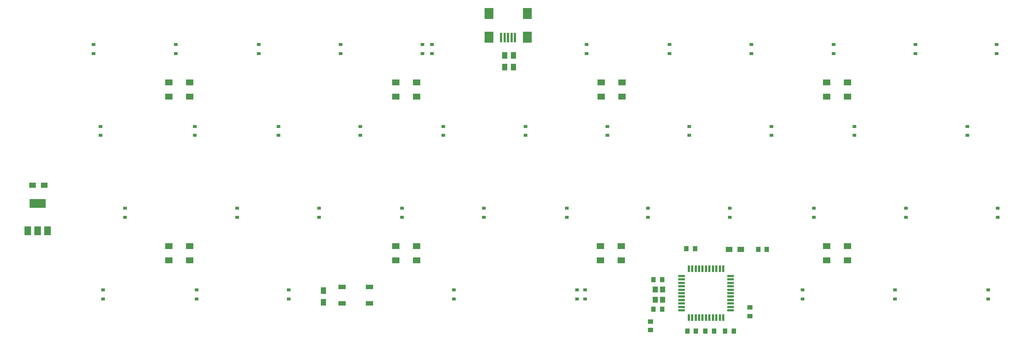
<source format=gbp>
G04 #@! TF.FileFunction,Paste,Bot*
%FSLAX46Y46*%
G04 Gerber Fmt 4.6, Leading zero omitted, Abs format (unit mm)*
G04 Created by KiCad (PCBNEW 4.0.7) date 06/01/18 20:48:47*
%MOMM*%
%LPD*%
G01*
G04 APERTURE LIST*
%ADD10C,0.100000*%
%ADD11R,1.000000X1.250000*%
%ADD12R,1.250000X1.000000*%
%ADD13R,0.900000X0.800000*%
%ADD14R,1.800000X1.400000*%
%ADD15R,3.800000X2.000000*%
%ADD16R,1.500000X2.000000*%
%ADD17R,1.500000X1.300000*%
%ADD18R,1.300000X1.500000*%
%ADD19R,1.700000X1.000000*%
%ADD20R,1.200000X1.400000*%
%ADD21R,0.550000X1.500000*%
%ADD22R,1.500000X0.550000*%
%ADD23R,0.500000X2.300000*%
%ADD24R,2.000000X2.500000*%
G04 APERTURE END LIST*
D10*
D11*
X178480000Y-91750000D03*
X176480000Y-91750000D03*
X176500000Y-98590000D03*
X178500000Y-98590000D03*
D12*
X175800000Y-103450000D03*
X175800000Y-101450000D03*
D11*
X193100000Y-103700000D03*
X195100000Y-103700000D03*
X200750000Y-84750000D03*
X202750000Y-84750000D03*
D13*
X46800000Y-37150000D03*
X46800000Y-39250000D03*
X65800000Y-37150000D03*
X65800000Y-39250000D03*
X85000000Y-37150000D03*
X85000000Y-39250000D03*
X104000000Y-37150000D03*
X104000000Y-39250000D03*
X123000000Y-37150000D03*
X123000000Y-39250000D03*
X125200000Y-37150000D03*
X125200000Y-39250000D03*
X161000000Y-37150000D03*
X161000000Y-39250000D03*
X180200000Y-37150000D03*
X180200000Y-39250000D03*
X199200000Y-37150000D03*
X199200000Y-39250000D03*
X218200000Y-37150000D03*
X218200000Y-39250000D03*
X237200000Y-37150000D03*
X237200000Y-39250000D03*
X256000000Y-37150000D03*
X256000000Y-39250000D03*
X48400000Y-56150000D03*
X48400000Y-58250000D03*
X70200000Y-56150000D03*
X70200000Y-58250000D03*
X89600000Y-56150000D03*
X89600000Y-58250000D03*
X108600000Y-56150000D03*
X108600000Y-58250000D03*
X127800000Y-56150000D03*
X127800000Y-58250000D03*
X146800000Y-56150000D03*
X146800000Y-58250000D03*
X165800000Y-56150000D03*
X165800000Y-58250000D03*
X184800000Y-56150000D03*
X184800000Y-58250000D03*
X203800000Y-56150000D03*
X203800000Y-58250000D03*
X223000000Y-56150000D03*
X223000000Y-58250000D03*
X249200000Y-56150000D03*
X249200000Y-58250000D03*
X54000000Y-75150000D03*
X54000000Y-77250000D03*
X80000000Y-75150000D03*
X80000000Y-77250000D03*
X99000000Y-75150000D03*
X99000000Y-77250000D03*
X118200000Y-75150000D03*
X118200000Y-77250000D03*
X137200000Y-75150000D03*
X137200000Y-77250000D03*
X156400000Y-75150000D03*
X156400000Y-77250000D03*
X175200000Y-75150000D03*
X175200000Y-77250000D03*
X194200000Y-75150000D03*
X194200000Y-77250000D03*
X213600000Y-75150000D03*
X213600000Y-77250000D03*
X235000000Y-75150000D03*
X235000000Y-77250000D03*
X256200000Y-75150000D03*
X256200000Y-77250000D03*
X49000000Y-94150000D03*
X49000000Y-96250000D03*
X70600000Y-94150000D03*
X70600000Y-96250000D03*
X92000000Y-94150000D03*
X92000000Y-96250000D03*
X130200000Y-94150000D03*
X130200000Y-96250000D03*
X158800000Y-94150000D03*
X158800000Y-96250000D03*
X160600000Y-94150000D03*
X160600000Y-96250000D03*
X211000000Y-94150000D03*
X211000000Y-96250000D03*
X232400000Y-94150000D03*
X232400000Y-96250000D03*
X254000000Y-94150000D03*
X254000000Y-96250000D03*
D14*
X116800000Y-87250000D03*
X116800000Y-83950000D03*
X121600000Y-83950000D03*
X121600000Y-87250000D03*
X164200000Y-87250000D03*
X164200000Y-83950000D03*
X169000000Y-83950000D03*
X169000000Y-87250000D03*
X216600000Y-87250000D03*
X216600000Y-83950000D03*
X221400000Y-83950000D03*
X221400000Y-87250000D03*
X216600000Y-49250000D03*
X216600000Y-45950000D03*
X221400000Y-45950000D03*
X221400000Y-49250000D03*
X164400000Y-49250000D03*
X164400000Y-45950000D03*
X169200000Y-45950000D03*
X169200000Y-49250000D03*
X116800000Y-49250000D03*
X116800000Y-45950000D03*
X121600000Y-45950000D03*
X121600000Y-49250000D03*
X64200000Y-49250000D03*
X64200000Y-45950000D03*
X69000000Y-45950000D03*
X69000000Y-49250000D03*
X64200000Y-87250000D03*
X64200000Y-83950000D03*
X69000000Y-83950000D03*
X69000000Y-87250000D03*
D15*
X33782000Y-74066000D03*
D16*
X33782000Y-80366000D03*
X31482000Y-80366000D03*
X36082000Y-80366000D03*
D17*
X35350000Y-69800000D03*
X32650000Y-69800000D03*
D18*
X144000000Y-39650000D03*
X144000000Y-42350000D03*
X142000000Y-39650000D03*
X142000000Y-42350000D03*
X100000000Y-94300000D03*
X100000000Y-97000000D03*
D17*
X196700000Y-84750000D03*
X194000000Y-84750000D03*
D19*
X110650000Y-93400000D03*
X104350000Y-93400000D03*
X110650000Y-97200000D03*
X104350000Y-97200000D03*
D20*
X178550000Y-96395000D03*
X178550000Y-93995000D03*
X176850000Y-96395000D03*
X176850000Y-93995000D03*
D11*
X190500000Y-103700000D03*
X188500000Y-103700000D03*
D12*
X198800000Y-98200000D03*
X198800000Y-100200000D03*
D11*
X184300000Y-103700000D03*
X186300000Y-103700000D03*
X186125000Y-84575000D03*
X184125000Y-84575000D03*
D21*
X192650000Y-100575000D03*
X191850000Y-100575000D03*
X191050000Y-100575000D03*
X190250000Y-100575000D03*
X189450000Y-100575000D03*
X188650000Y-100575000D03*
X187850000Y-100575000D03*
X187050000Y-100575000D03*
X186250000Y-100575000D03*
X185450000Y-100575000D03*
X184650000Y-100575000D03*
D22*
X182950000Y-98875000D03*
X182950000Y-98075000D03*
X182950000Y-97275000D03*
X182950000Y-96475000D03*
X182950000Y-95675000D03*
X182950000Y-94875000D03*
X182950000Y-94075000D03*
X182950000Y-93275000D03*
X182950000Y-92475000D03*
X182950000Y-91675000D03*
X182950000Y-90875000D03*
D21*
X184650000Y-89175000D03*
X185450000Y-89175000D03*
X186250000Y-89175000D03*
X187050000Y-89175000D03*
X187850000Y-89175000D03*
X188650000Y-89175000D03*
X189450000Y-89175000D03*
X190250000Y-89175000D03*
X191050000Y-89175000D03*
X191850000Y-89175000D03*
X192650000Y-89175000D03*
D22*
X194350000Y-90875000D03*
X194350000Y-91675000D03*
X194350000Y-92475000D03*
X194350000Y-93275000D03*
X194350000Y-94075000D03*
X194350000Y-94875000D03*
X194350000Y-95675000D03*
X194350000Y-96475000D03*
X194350000Y-97275000D03*
X194350000Y-98075000D03*
X194350000Y-98875000D03*
D23*
X141190000Y-35530000D03*
X141990000Y-35530000D03*
X142790000Y-35530000D03*
X143590000Y-35530000D03*
X144390000Y-35530000D03*
D24*
X147240000Y-29930000D03*
X147240000Y-35430000D03*
X138340000Y-29930000D03*
X138340000Y-35430000D03*
M02*

</source>
